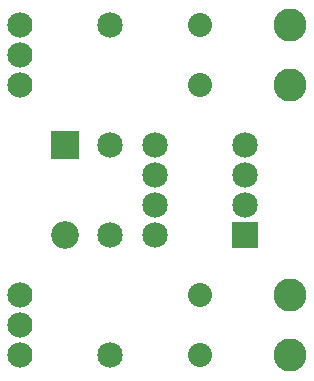
<source format=gts>
G04 MADE WITH FRITZING*
G04 WWW.FRITZING.ORG*
G04 DOUBLE SIDED*
G04 HOLES PLATED*
G04 CONTOUR ON CENTER OF CONTOUR VECTOR*
%ASAXBY*%
%FSLAX23Y23*%
%MOIN*%
%OFA0B0*%
%SFA1.0B1.0*%
%ADD10C,0.109583*%
%ADD11C,0.084000*%
%ADD12C,0.085000*%
%ADD13C,0.080000*%
%ADD14C,0.092000*%
%ADD15R,0.085000X0.085000*%
%ADD16R,0.092000X0.092000*%
%LNMASK1*%
G90*
G70*
G54D10*
X1100Y1096D03*
X1100Y1296D03*
X1100Y196D03*
X1100Y396D03*
G54D11*
X199Y1096D03*
X199Y1196D03*
X199Y1296D03*
X199Y196D03*
X199Y296D03*
X199Y396D03*
G54D12*
X950Y596D03*
X650Y596D03*
X950Y696D03*
X650Y696D03*
X950Y796D03*
X650Y796D03*
X950Y896D03*
X650Y896D03*
G54D13*
X800Y1296D03*
X800Y1096D03*
G54D14*
X350Y896D03*
X350Y598D03*
G54D13*
X800Y396D03*
X800Y196D03*
G54D12*
X500Y1296D03*
X500Y896D03*
X500Y196D03*
X500Y596D03*
G54D15*
X950Y596D03*
G54D16*
X350Y897D03*
G04 End of Mask1*
M02*
</source>
